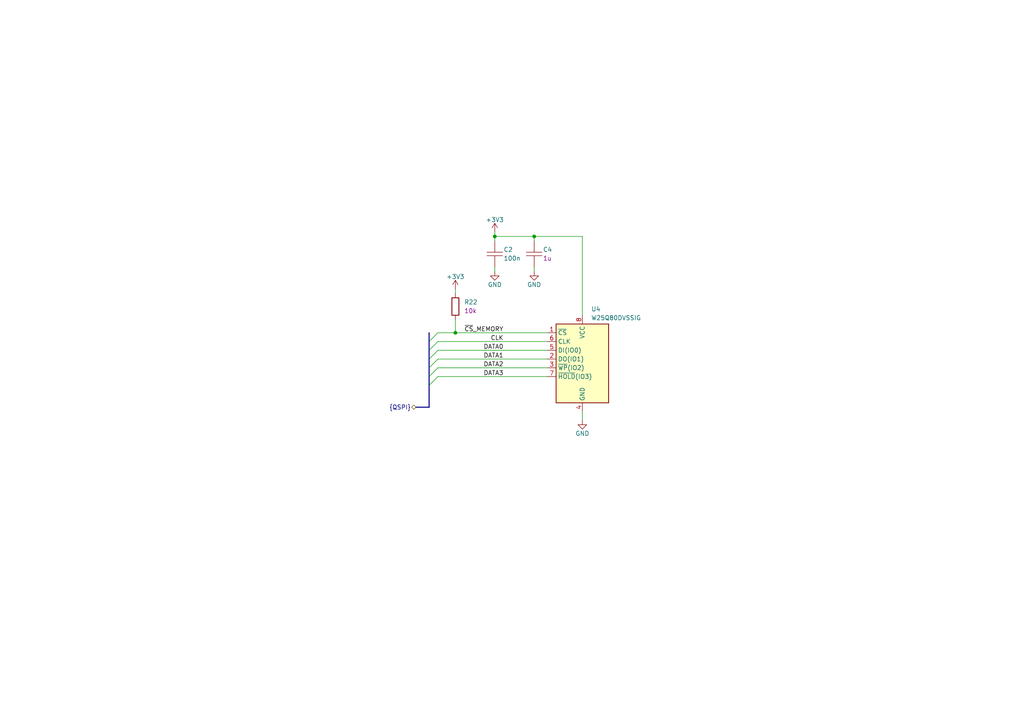
<source format=kicad_sch>
(kicad_sch (version 20230121) (generator eeschema)
  (paper "A4")
  (title_block (title "Programmable Keyboard") (date "2024-04-09") (rev "2.1") (company "Kallio Designs Oy") (comment 1 "TL, NH") (comment 3 "PCB_PN"))
  (lib_symbols
    (symbol "KD_Capacitor:C_0603_100n_X7R_50V" (pin_numbers hide) (pin_names hide)
      (property "Reference" "C" (at 2.54 1.27 0))
      (property "Value" "100n" (at 2.54 -1.27 0))
      (symbol "C_0603_100n_X7R_50V_0_1"
        (polyline (pts (xy -2.286 -0.508) (xy 2.286 -0.508)))
        (polyline (pts (xy -2.286 0.508) (xy 2.286 0.508)))
        (polyline (pts (xy 0 -0.508) (xy 0 -1.016)))
        (polyline (pts (xy 0 0.508) (xy 0 1.016)))
      )
      (symbol "C_0603_100n_X7R_50V_1_1"
        (pin passive line (at 0 3.81 270) (length 2.794) (name "~") (number "1"))
        (pin passive line (at 0 -3.81 90) (length 2.794) (name "~") (number "2"))
      )
    )
    (symbol "KD_Capacitor:C_0805_1u_X7R_25V" (pin_numbers hide) (pin_names hide)
      (property "Reference" "C" (at 2.54 1.27 0))
      (property "Code" "1u" (at 2.54 -1.27 0))
      (symbol "C_0805_1u_X7R_25V_0_1"
        (polyline (pts (xy -2.286 -0.508) (xy 2.286 -0.508)))
        (polyline (pts (xy -2.286 0.508) (xy 2.286 0.508)))
        (polyline (pts (xy 0 -0.508) (xy 0 -1.016)))
        (polyline (pts (xy 0 0.508) (xy 0 1.016)))
      )
      (symbol "C_0805_1u_X7R_25V_1_1"
        (pin passive line (at 0 3.81 270) (length 2.794) (name "~") (number "1"))
        (pin passive line (at 0 -3.81 90) (length 2.794) (name "~") (number "2"))
      )
    )
    (symbol "KD_IC_Memory:FLASH_8MBit_104MHz_W25Q80DVSSIG"
      (property "Reference" "U" (at 12.7 6.858 0))
      (property "Value" "W25Q80DVSSIG" (at 12.7 4.318 0))
      (symbol "FLASH_8MBit_104MHz_W25Q80DVSSIG_0_1"
        (rectangle (start 2.54 2.54) (end 17.78 -20.32) (stroke (width 0.254)) (fill (type background)))
      )
      (symbol "FLASH_8MBit_104MHz_W25Q80DVSSIG_1_1"
        (pin input line (at 0 0 0) (length 2.54) (name "~{CS}") (number "1"))
        (pin bidirectional line (at 0 -7.62 0) (length 2.54) (name "DO(IO1)") (number "2"))
        (pin bidirectional line (at 0 -10.16 0) (length 2.54) (name "~{WP}(IO2)") (number "3"))
        (pin power_in line (at 10.16 -22.86 90) (length 2.54) (name "GND") (number "4"))
        (pin bidirectional line (at 0 -5.08 0) (length 2.54) (name "DI(IO0)") (number "5"))
        (pin input line (at 0 -2.54 0) (length 2.54) (name "CLK") (number "6"))
        (pin bidirectional line (at 0 -12.7 0) (length 2.54) (name "~{HOLD}(IO3)") (number "7"))
        (pin power_in line (at 10.16 5.08 270) (length 2.54) (name "VCC") (number "8"))
      )
    )
    (symbol "KD_Resistor:R_0603_10k_1%" (pin_numbers hide) (pin_names hide)
      (property "Reference" "R" (at 1.905 1.27 0))
      (property "Code" "10k" (at 1.905 -1.27 0))
      (symbol "R_0603_10k_1%_0_1"
        (rectangle (start -1.016 -2.54) (end 1.016 2.54) (stroke (width 0.254)))
      )
      (symbol "R_0603_10k_1%_1_1"
        (pin passive line (at 0 3.81 270) (length 1.27) (name "~") (number "1"))
        (pin passive line (at 0 -3.81 90) (length 1.27) (name "~") (number "2"))
      )
    )
    (symbol "power:+3V3" (power) (pin_names (offset 0))
      (property "Value" "+3V3" (at 0 3.556 0))
      (symbol "+3V3_0_1"
        (polyline (pts (xy -0.762 1.27) (xy 0 2.54)))
        (polyline (pts (xy 0 0) (xy 0 2.54)))
        (polyline (pts (xy 0 2.54) (xy 0.762 1.27)))
      )
      (symbol "+3V3_1_1"
        (pin power_in line (at 0 0 90) (length 0) hide (name "+3V3") (number "1"))
      )
    )
    (symbol "power:GND" (power) (pin_names (offset 0))
      (property "Value" "GND" (at 0 -3.81 0))
      (symbol "GND_0_1"
        (polyline (pts (xy 0 0) (xy 0 -1.27) (xy 1.27 -1.27) (xy 0 -2.54) (xy -1.27 -1.27) (xy 0 -1.27)))
      )
      (symbol "GND_1_1"
        (pin power_in line (at 0 0 270) (length 0) hide (name "GND") (number "1"))
      )
    )
  )
  (junction (at 154.94 68.58))
  (junction (at 132.08 96.52))
  (junction (at 143.51 68.58))
  (bus_entry (at 124.46 99.06) (size 2.54 -2.54))
  (bus_entry (at 124.46 111.76) (size 2.54 -2.54))
  (bus_entry (at 124.46 101.6) (size 2.54 -2.54))
  (bus_entry (at 124.46 109.22) (size 2.54 -2.54))
  (bus_entry (at 124.46 106.68) (size 2.54 -2.54))
  (bus_entry (at 124.46 104.14) (size 2.54 -2.54))
  (wire (pts (xy 127 104.14) (xy 158.75 104.14)))
  (wire (pts (xy 132.08 83.82) (xy 132.08 85.09)))
  (wire (pts (xy 132.08 92.71) (xy 132.08 96.52)))
  (wire (pts (xy 154.94 68.58) (xy 168.91 68.58)))
  (wire (pts (xy 143.51 77.47) (xy 143.51 78.74)))
  (wire (pts (xy 154.94 77.47) (xy 154.94 78.74)))
  (wire (pts (xy 168.91 121.92) (xy 168.91 119.38)))
  (bus (pts (xy 124.46 104.14) (xy 124.46 106.68)))
  (wire (pts (xy 127 106.68) (xy 158.75 106.68)))
  (bus (pts (xy 124.46 101.6) (xy 124.46 104.14)))
  (wire (pts (xy 168.91 68.58) (xy 168.91 91.44)))
  (bus (pts (xy 124.46 96.52) (xy 124.46 99.06)))
  (wire (pts (xy 158.75 101.6) (xy 127 101.6)))
  (wire (pts (xy 154.94 69.85) (xy 154.94 68.58)))
  (bus (pts (xy 124.46 106.68) (xy 124.46 109.22)))
  (bus (pts (xy 124.46 109.22) (xy 124.46 111.76)))
  (bus (pts (xy 124.46 111.76) (xy 124.46 118.11)))
  (wire (pts (xy 143.51 67.31) (xy 143.51 68.58)))
  (wire (pts (xy 143.51 69.85) (xy 143.51 68.58)))
  (wire (pts (xy 127 99.06) (xy 158.75 99.06)))
  (bus (pts (xy 124.46 99.06) (xy 124.46 101.6)))
  (wire (pts (xy 143.51 68.58) (xy 154.94 68.58)))
  (bus (pts (xy 124.46 118.11) (xy 120.65 118.11)))
  (wire (pts (xy 158.75 109.22) (xy 127 109.22)))
  (wire (pts (xy 158.75 96.52) (xy 132.08 96.52)))
  (wire (pts (xy 132.08 96.52) (xy 127 96.52)))
  (label "DATA0" (at 146.05 101.6 180))
  (label "~{CS}_MEMORY" (at 146.05 96.52 180))
  (label "DATA2" (at 146.05 106.68 180))
  (label "DATA1" (at 146.05 104.14 180))
  (label "DATA3" (at 146.05 109.22 180))
  (label "CLK" (at 146.05 99.06 180))
  (hierarchical_label "{QSPI}" (shape bidirectional) (at 120.65 118.11 180))
  (symbol (lib_id "power:GND") (at 143.51 78.74 0) (mirror y) (unit 1)
    (property "Reference" "#GND02" (effects hide))
    (property "Value" "GND" (at 143.51 82.55 0))
    (instances (project "000052 RCCON" (path "" (reference "#GND02") (unit 1))) (project "000018 PGKB" (path "" (reference "#GND08") (unit 1))))
  )
  (symbol (lib_id "KD_Capacitor:C_0805_1u_X7R_25V") (at 154.94 73.66 0) (unit 1)
    (property "Reference" "C4" (at 157.48 72.39 0) (effects (justify left)))
    (property "Value" "1u" (effects hide))
    (property "Footprint" "KD_Capacitor:CAPC2012X135N" (effects hide))
    (property "Datasheet" "https://mm.digikey.com/Volume0/opasdata/d220001/medias/docus/1105/CL21B105KAFNNNE_Spec.pdf" (effects hide))
    (property "Code" "1u" (at 157.48 74.93 0) (effects (justify left)))
    (property "Manufacturer" "Samsung Electro-Mechanics" (effects hide))
    (property "MFG_PartNo" "CL21B105KAFNNNE" (effects hide))
    (property "Supplier" "Digi-Key" (effects hide))
    (property "Supplier_PartNo" "1276-1066-1-ND" (effects hide))
    (property "DNP" "F" (effects hide))
    (property "Price" "0.03" (effects hide))
    (instances (project "000052 RCCON" (path "" (reference "C4") (unit 1))) (project "000018 PGKB" (path "" (reference "C20") (unit 1))))
  )
  (symbol (lib_id "power:GND") (at 154.94 78.74 0) (mirror y) (unit 1)
    (property "Reference" "#GND04" (effects hide))
    (property "Value" "GND" (at 154.94 82.55 0))
    (instances (project "000052 RCCON" (path "" (reference "#GND04") (unit 1))) (project "000018 PGKB" (path "" (reference "#GND09") (unit 1))))
  )
  (symbol (lib_id "power:GND") (at 168.91 121.92 0) (mirror y) (unit 1)
    (property "Reference" "#GND04" (effects hide))
    (property "Value" "GND" (at 168.91 125.73 0))
    (instances (project "000052 RCCON" (path "" (reference "#GND04") (unit 1))) (project "000018 PGKB" (path "" (reference "#GND010") (unit 1))))
  )
  (symbol (lib_id "KD_Resistor:R_0603_10k_1%") (at 132.08 88.9 0) (unit 1)
    (property "Reference" "R22" (at 134.62 87.63 0) (effects (justify left)))
    (property "Value" "10k" (effects hide))
    (property "Footprint" "KD_Resistor:RESC1608X55N" (effects hide))
    (property "Datasheet" "https://www.seielect.com/Catalog/SEI-RMCF_RMCP.pdf" (effects hide))
    (property "Code" "10k" (at 134.62 90.17 0) (effects (justify left)))
    (property "Manufacturer" "Stackpole Electronics Inc" (effects hide))
    (property "MFG_PartNo" "RMCF0603FT10K0" (effects hide))
    (property "Supplier" "Digi-Key" (effects hide))
    (property "Supplier_PartNo" "RMCF0603FT10K0CT-ND" (effects hide))
    (property "DNP" "F" (effects hide))
    (property "Price" "0.01" (effects hide))
  )
  (symbol (lib_id "power:+3V3") (at 132.08 83.82 0) (unit 1)
    (property "Reference" "#+3V02" (effects hide))
    (property "Value" "+3V3" (at 132.08 80.264 0))
    (instances (project "000052 RCCON" (path "" (reference "#+3V02") (unit 1))) (project "000018 PGKB" (path "" (reference "#+3V01") (unit 1))))
  )
  (symbol (lib_id "KD_Capacitor:C_0603_100n_X7R_50V") (at 143.51 73.66 0) (unit 1)
    (property "Reference" "C2" (at 146.05 72.39 0) (effects (justify left)))
    (property "Value" "100n" (at 146.05 74.93 0) (effects (justify left)))
    (property "Footprint" "KD_Capacitor:CAPC1608X90N" (effects hide))
    (property "Datasheet" "https://mm.digikey.com/Volume0/opasdata/d220001/medias/docus/658/CL10B104KB8NNWC_Spec.pdf" (effects hide))
    (property "Value" "100n" (at 146.05 74.93 0) (effects (justify left)))
    (property "Manufacturer" "Samsung" (effects hide))
    (property "MFG_PartNo" "CL10B104KB8NNWC" (effects hide))
    (property "Supplier" "Digi-Key" (effects hide))
    (property "Supplier_PartNo" "1276-1935-1-ND" (effects hide))
    (property "DNP" "F" (effects hide))
    (property "Price" "0.01" (effects hide))
    (instances (project "000052 RCCON" (path "" (reference "C2") (unit 1))) (project "000018 PGKB" (path "" (reference "C19") (unit 1))))
  )
  (symbol (lib_id "KD_IC_Memory:FLASH_8MBit_104MHz_W25Q80DVSSIG") (at 158.75 96.52 0) (unit 1)
    (property "Reference" "U4" (at 171.45 89.662 0) (effects (justify left)))
    (property "Value" "W25Q80DVSSIG" (at 171.45 92.202 0) (effects (justify left)))
    (property "Footprint" "KD_Package_SO:SOIC127P790X195-8N" (effects hide))
    (property "Datasheet" "https://www.winbond.com/resource-files/w25q80dv%20dl_revh_10022015.pdf" (effects hide))
    (property "Manufacturer" "Winbond Electronics" (effects hide))
    (property "MFG_PartNo" "W25Q80DVSSIG" (effects hide))
    (property "Supplier" "Digi-Key" (effects hide))
    (property "Supplier_PartNo" "W25Q80DVSSIG-ND" (effects hide))
    (property "DNP" "F" (effects hide))
    (property "Price" "0.5" (effects hide))
  )
  (symbol (lib_id "power:+3V3") (at 143.51 67.31 0) (unit 1)
    (property "Reference" "#+3V02" (effects hide))
    (property "Value" "+3V3" (at 143.51 63.754 0))
  )
)
</source>
